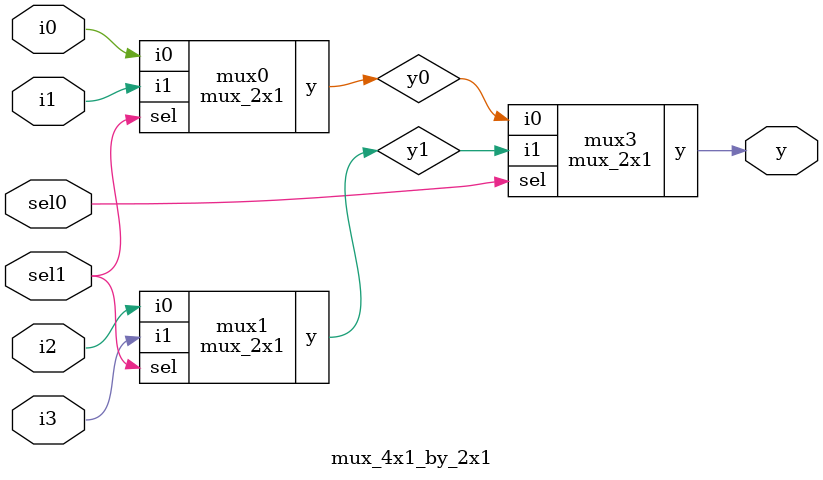
<source format=v>
module mux_2x1 (input sel,i0,i1,output y);
    assign y = sel?i1:i0;
endmodule

module mux_4x1_by_2x1(input sel0, sel1,
                      input i0,i1,i2,i3,
                      output  y);
    wire y0,y1;
    
    mux_2x1 mux1(sel1,i2,i3,y1);
    mux_2x1 mux0(sel1,i0,i1,y0);
    mux_2x1 mux3(sel0,y0,y1,y);
    
endmodule

</source>
